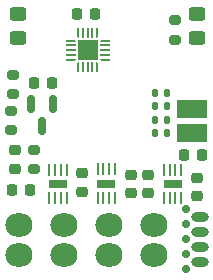
<source format=gbs>
G04 #@! TF.GenerationSoftware,KiCad,Pcbnew,(6.0.7)*
G04 #@! TF.CreationDate,2022-08-30T17:39:21-06:00*
G04 #@! TF.ProjectId,malenki-1616-3A,6d616c65-6e6b-4692-9d31-3631362d3341,rev?*
G04 #@! TF.SameCoordinates,Original*
G04 #@! TF.FileFunction,Soldermask,Bot*
G04 #@! TF.FilePolarity,Negative*
%FSLAX46Y46*%
G04 Gerber Fmt 4.6, Leading zero omitted, Abs format (unit mm)*
G04 Created by KiCad (PCBNEW (6.0.7)) date 2022-08-30 17:39:21*
%MOMM*%
%LPD*%
G01*
G04 APERTURE LIST*
G04 Aperture macros list*
%AMRoundRect*
0 Rectangle with rounded corners*
0 $1 Rounding radius*
0 $2 $3 $4 $5 $6 $7 $8 $9 X,Y pos of 4 corners*
0 Add a 4 corners polygon primitive as box body*
4,1,4,$2,$3,$4,$5,$6,$7,$8,$9,$2,$3,0*
0 Add four circle primitives for the rounded corners*
1,1,$1+$1,$2,$3*
1,1,$1+$1,$4,$5*
1,1,$1+$1,$6,$7*
1,1,$1+$1,$8,$9*
0 Add four rect primitives between the rounded corners*
20,1,$1+$1,$2,$3,$4,$5,0*
20,1,$1+$1,$4,$5,$6,$7,0*
20,1,$1+$1,$6,$7,$8,$9,0*
20,1,$1+$1,$8,$9,$2,$3,0*%
%AMFreePoly0*
4,1,14,0.385355,0.085355,0.400000,0.050000,0.400000,0.000711,0.385355,-0.034644,0.334644,-0.085355,0.299289,-0.100000,-0.350000,-0.100000,-0.385355,-0.085355,-0.400000,-0.050000,-0.400000,0.050000,-0.385355,0.085355,-0.350000,0.100000,0.350000,0.100000,0.385355,0.085355,0.385355,0.085355,$1*%
%AMFreePoly1*
4,1,14,0.334644,0.085355,0.385355,0.034644,0.400000,-0.000711,0.400000,-0.050000,0.385355,-0.085355,0.350000,-0.100000,-0.350000,-0.100000,-0.385355,-0.085355,-0.400000,-0.050000,-0.400000,0.050000,-0.385355,0.085355,-0.350000,0.100000,0.299289,0.100000,0.334644,0.085355,0.334644,0.085355,$1*%
%AMFreePoly2*
4,1,14,0.085355,0.385355,0.100000,0.350000,0.100000,-0.350000,0.085355,-0.385355,0.050000,-0.400000,0.000711,-0.400000,-0.034644,-0.385355,-0.085355,-0.334644,-0.100000,-0.299289,-0.100000,0.350000,-0.085355,0.385355,-0.050000,0.400000,0.050000,0.400000,0.085355,0.385355,0.085355,0.385355,$1*%
%AMFreePoly3*
4,1,14,0.085355,0.385355,0.100000,0.350000,0.100000,-0.299289,0.085355,-0.334644,0.034644,-0.385355,-0.000711,-0.400000,-0.050000,-0.400000,-0.085355,-0.385355,-0.100000,-0.350000,-0.100000,0.350000,-0.085355,0.385355,-0.050000,0.400000,0.050000,0.400000,0.085355,0.385355,0.085355,0.385355,$1*%
%AMFreePoly4*
4,1,14,0.385355,0.085355,0.400000,0.050000,0.400000,-0.050000,0.385355,-0.085355,0.350000,-0.100000,-0.350000,-0.100000,-0.385355,-0.085355,-0.400000,-0.050000,-0.400000,-0.000711,-0.385355,0.034644,-0.334644,0.085355,-0.299289,0.100000,0.350000,0.100000,0.385355,0.085355,0.385355,0.085355,$1*%
%AMFreePoly5*
4,1,14,0.385355,0.085355,0.400000,0.050000,0.400000,-0.050000,0.385355,-0.085355,0.350000,-0.100000,-0.299289,-0.100000,-0.334644,-0.085355,-0.385355,-0.034644,-0.400000,0.000711,-0.400000,0.050000,-0.385355,0.085355,-0.350000,0.100000,0.350000,0.100000,0.385355,0.085355,0.385355,0.085355,$1*%
%AMFreePoly6*
4,1,14,0.034644,0.385355,0.085355,0.334644,0.100000,0.299289,0.100000,-0.350000,0.085355,-0.385355,0.050000,-0.400000,-0.050000,-0.400000,-0.085355,-0.385355,-0.100000,-0.350000,-0.100000,0.350000,-0.085355,0.385355,-0.050000,0.400000,-0.000711,0.400000,0.034644,0.385355,0.034644,0.385355,$1*%
%AMFreePoly7*
4,1,14,0.085355,0.385355,0.100000,0.350000,0.100000,-0.350000,0.085355,-0.385355,0.050000,-0.400000,-0.050000,-0.400000,-0.085355,-0.385355,-0.100000,-0.350000,-0.100000,0.299289,-0.085355,0.334644,-0.034644,0.385355,0.000711,0.400000,0.050000,0.400000,0.085355,0.385355,0.085355,0.385355,$1*%
G04 Aperture macros list end*
%ADD10RoundRect,0.225000X0.250000X-0.225000X0.250000X0.225000X-0.250000X0.225000X-0.250000X-0.225000X0*%
%ADD11O,2.300000X2.000000*%
%ADD12C,0.700000*%
%ADD13O,1.500000X0.800000*%
%ADD14RoundRect,0.225000X0.225000X0.250000X-0.225000X0.250000X-0.225000X-0.250000X0.225000X-0.250000X0*%
%ADD15RoundRect,0.250000X0.450000X-0.325000X0.450000X0.325000X-0.450000X0.325000X-0.450000X-0.325000X0*%
%ADD16RoundRect,0.200000X-0.275000X0.200000X-0.275000X-0.200000X0.275000X-0.200000X0.275000X0.200000X0*%
%ADD17RoundRect,0.150000X-0.150000X0.587500X-0.150000X-0.587500X0.150000X-0.587500X0.150000X0.587500X0*%
%ADD18FreePoly0,270.000000*%
%ADD19RoundRect,0.050000X-0.050000X0.350000X-0.050000X-0.350000X0.050000X-0.350000X0.050000X0.350000X0*%
%ADD20FreePoly1,270.000000*%
%ADD21FreePoly2,270.000000*%
%ADD22RoundRect,0.050000X-0.350000X0.050000X-0.350000X-0.050000X0.350000X-0.050000X0.350000X0.050000X0*%
%ADD23FreePoly3,270.000000*%
%ADD24FreePoly4,270.000000*%
%ADD25FreePoly5,270.000000*%
%ADD26FreePoly6,270.000000*%
%ADD27FreePoly7,270.000000*%
%ADD28R,1.700000X1.700000*%
%ADD29R,2.500000X1.500000*%
%ADD30RoundRect,0.200000X0.275000X-0.200000X0.275000X0.200000X-0.275000X0.200000X-0.275000X-0.200000X0*%
%ADD31R,0.250000X1.000000*%
%ADD32R,1.600000X0.800000*%
%ADD33RoundRect,0.135000X0.135000X0.185000X-0.135000X0.185000X-0.135000X-0.185000X0.135000X-0.185000X0*%
%ADD34RoundRect,0.135000X-0.135000X-0.185000X0.135000X-0.185000X0.135000X0.185000X-0.135000X0.185000X0*%
G04 APERTURE END LIST*
D10*
X153550000Y-78875000D03*
X153550000Y-77325000D03*
X149400000Y-78625000D03*
X149400000Y-77075000D03*
X138100000Y-76525000D03*
X138100000Y-74975000D03*
D11*
X138430000Y-81280000D03*
X138430000Y-83820000D03*
X142240000Y-81280000D03*
X142240000Y-83820000D03*
X146050000Y-81280000D03*
X146050000Y-83820000D03*
X149860000Y-81280000D03*
X149860000Y-83820000D03*
D12*
X152595000Y-81230000D03*
X152595000Y-79960000D03*
X152595000Y-83770000D03*
X152595000Y-82500000D03*
X152595000Y-85040000D03*
D13*
X153750000Y-84405000D03*
X153750000Y-83135000D03*
X153750000Y-81865000D03*
X153750000Y-80595000D03*
D14*
X139375000Y-78295500D03*
X137825000Y-78295500D03*
X144875000Y-63400000D03*
X143325000Y-63400000D03*
D10*
X143800000Y-78475000D03*
X143800000Y-76925000D03*
D15*
X138327000Y-65442000D03*
X138327000Y-63392000D03*
X153500000Y-65442000D03*
X153500000Y-63392000D03*
D16*
X137950000Y-68575000D03*
X137950000Y-70225000D03*
X151700000Y-63975000D03*
X151700000Y-65625000D03*
D17*
X139450000Y-71062500D03*
X141350000Y-71062500D03*
X140400000Y-72937500D03*
D14*
X141275000Y-69300000D03*
X139725000Y-69300000D03*
D18*
X143472000Y-65050000D03*
D19*
X143872000Y-65050000D03*
X144272000Y-65050000D03*
X144672000Y-65050000D03*
D20*
X145072000Y-65050000D03*
D21*
X145722000Y-65700000D03*
D22*
X145722000Y-66100000D03*
X145722000Y-66500000D03*
X145722000Y-66900000D03*
D23*
X145722000Y-67300000D03*
D24*
X145072000Y-67950000D03*
D19*
X144672000Y-67950000D03*
X144272000Y-67950000D03*
X143872000Y-67950000D03*
D25*
X143472000Y-67950000D03*
D26*
X142822000Y-67300000D03*
D22*
X142822000Y-66900000D03*
X142822000Y-66500000D03*
X142822000Y-66100000D03*
D27*
X142822000Y-65700000D03*
D28*
X144272000Y-66500000D03*
D29*
X153111323Y-71501000D03*
X153111323Y-73501000D03*
D16*
X137750000Y-73275000D03*
X137750000Y-71625000D03*
D30*
X139700000Y-76580500D03*
X139700000Y-74930500D03*
D10*
X147900000Y-78626000D03*
X147900000Y-77076000D03*
D14*
X152425000Y-75350000D03*
X153975000Y-75350000D03*
D31*
X142500000Y-79000000D03*
X142000000Y-79000000D03*
X141500000Y-79000000D03*
X141000000Y-79000000D03*
X141000000Y-76600000D03*
X141500000Y-76600000D03*
X142000000Y-76600000D03*
X142500000Y-76600000D03*
D32*
X141750000Y-77800000D03*
D31*
X146600000Y-78987500D03*
X146100000Y-78987500D03*
X145600000Y-78987500D03*
X145100000Y-78987500D03*
X145100000Y-76587500D03*
X145600000Y-76587500D03*
X146100000Y-76587500D03*
X146600000Y-76587500D03*
D32*
X145850000Y-77787500D03*
D31*
X152200000Y-79000000D03*
X151700000Y-79000000D03*
X151200000Y-79000000D03*
X150700000Y-79000000D03*
X150700000Y-76600000D03*
X151200000Y-76600000D03*
X151700000Y-76600000D03*
X152200000Y-76600000D03*
D32*
X151450000Y-77800000D03*
D33*
X151010000Y-70100000D03*
X149990000Y-70100000D03*
D34*
X149990000Y-72400000D03*
X151010000Y-72400000D03*
D33*
X151010000Y-73500000D03*
X149990000Y-73500000D03*
D34*
X149990000Y-71200000D03*
X151010000Y-71200000D03*
M02*

</source>
